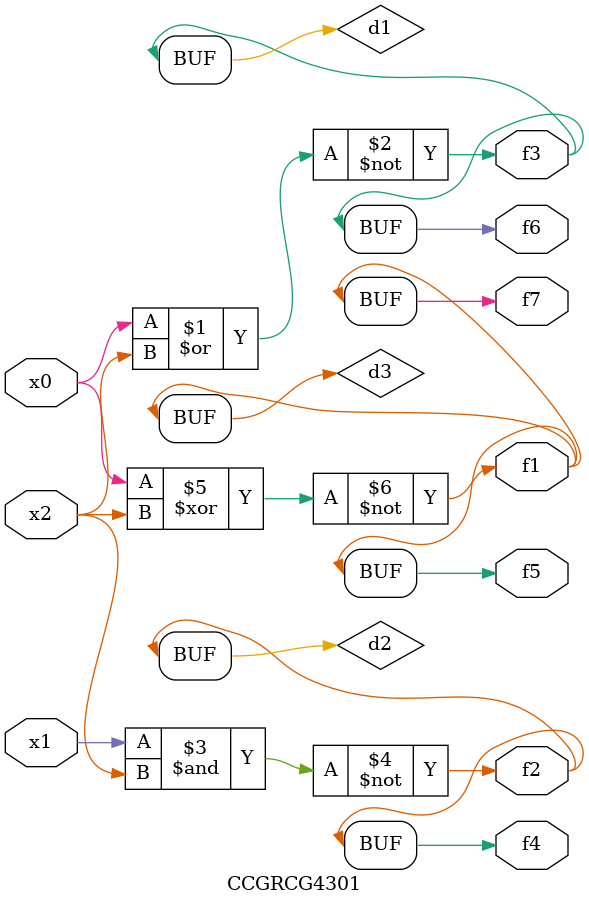
<source format=v>
module CCGRCG4301(
	input x0, x1, x2,
	output f1, f2, f3, f4, f5, f6, f7
);

	wire d1, d2, d3;

	nor (d1, x0, x2);
	nand (d2, x1, x2);
	xnor (d3, x0, x2);
	assign f1 = d3;
	assign f2 = d2;
	assign f3 = d1;
	assign f4 = d2;
	assign f5 = d3;
	assign f6 = d1;
	assign f7 = d3;
endmodule

</source>
